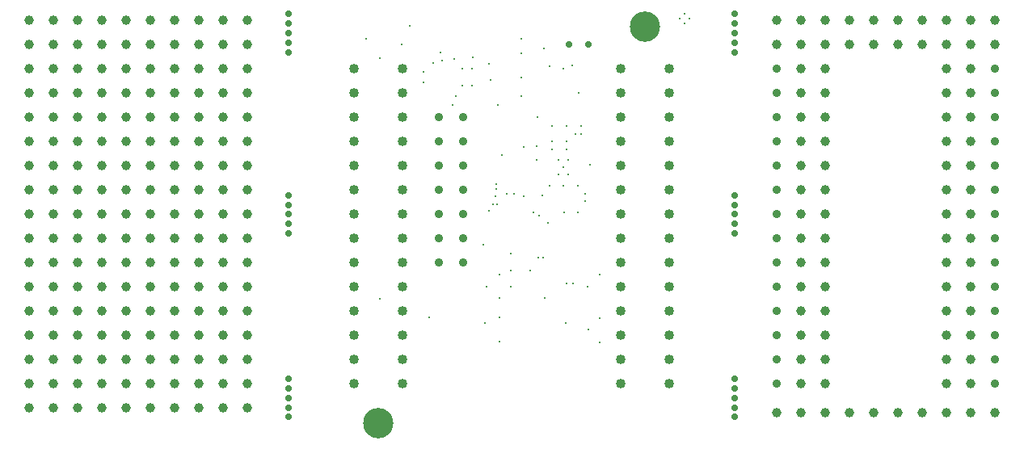
<source format=gbr>
G04 Generated by Ultiboard 11.0 *
%FSLAX25Y25*%
%MOIN*%

%ADD10C,0.00787*%
%ADD11C,0.04016*%
%ADD12C,0.03937*%
%ADD13C,0.02756*%
%ADD14C,0.12520*%
%ADD15C,0.03500*%
%ADD16C,0.01181*%


G04 ColorRGB 000000 for the following layer *
%LNDrill-Copper Top-Copper Bottom*%
%LPD*%
%FSLAX25Y25*%
%MOIN*%
G54D10*
X-312Y10000D03*
X-9375Y-95000D03*
X-15000Y12392D03*
X-9375Y4375D03*
X8438Y-1250D03*
X66250Y0D03*
X60625Y938D03*
X70000Y1563D03*
X24606Y0D03*
X28543Y0D03*
X61563Y-30000D03*
X61563Y-33125D03*
X61563Y-23750D03*
X60000Y-63750D03*
X33125Y-72500D03*
X10938Y-102500D03*
X58460Y-94665D03*
X40000Y-94687D03*
X40000Y-112500D03*
X33750Y-105000D03*
X40000Y-102500D03*
X34688Y-90000D03*
X40000Y-85000D03*
X44688Y-83125D03*
X44688Y-90000D03*
X44688Y-76250D03*
X58000Y-78000D03*
X56000Y-78000D03*
X52500Y-83125D03*
X8438Y-5625D03*
X20605Y-14828D03*
X21875Y-11250D03*
X24606Y-6890D03*
X28543Y-6890D03*
X50000Y-32187D03*
X55313Y-31875D03*
X38438Y-47500D03*
X35625Y-58750D03*
X38991Y-56009D03*
X37188Y-55937D03*
X38438Y-49687D03*
X38125Y-52500D03*
X40938Y-35625D03*
X60625Y-48125D03*
X57500Y-52187D03*
X56250Y-60625D03*
X53750Y-59375D03*
X50000Y-52500D03*
X55313Y-37500D03*
X48750Y-11250D03*
X48750Y-3750D03*
X39203Y-14828D03*
X36250Y-4687D03*
X55625Y-20000D03*
X67188Y-105000D03*
X76563Y-107500D03*
X81250Y-112812D03*
X81250Y-102812D03*
X67500Y-88437D03*
X70313Y-88437D03*
X76250Y-90000D03*
X81250Y-85000D03*
X67500Y-30000D03*
X67500Y-33125D03*
X66250Y-48125D03*
X72188Y-48125D03*
X75313Y-51562D03*
X75313Y-54687D03*
X66563Y-59375D03*
X72188Y-59375D03*
X77188Y-39687D03*
X73438Y-26875D03*
X73438Y-23750D03*
X71250Y-26875D03*
X67500Y-23750D03*
X72500Y-10000D03*
X15625Y6875D03*
X16250Y3438D03*
X12500Y2500D03*
X2953Y17669D03*
X21250Y4063D03*
X28750Y4688D03*
X48750Y6250D03*
X48750Y12500D03*
X35625Y2188D03*
X58125Y8438D03*
X116142Y22638D03*
X114173Y20669D03*
X116142Y18701D03*
X118110Y20669D03*
G54D11*
X0Y0D03*
X0Y-130000D03*
X0Y-60000D03*
X0Y-110000D03*
X0Y-120000D03*
X0Y-100000D03*
X0Y-80000D03*
X0Y-90000D03*
X0Y-70000D03*
X0Y-30000D03*
X0Y-50000D03*
X0Y-40000D03*
X0Y-20000D03*
X0Y-10000D03*
X-20000Y0D03*
X-20000Y-130000D03*
X-20000Y-60000D03*
X-20000Y-110000D03*
X-20000Y-120000D03*
X-20000Y-100000D03*
X-20000Y-80000D03*
X-20000Y-90000D03*
X-20000Y-70000D03*
X-20000Y-30000D03*
X-20000Y-50000D03*
X-20000Y-40000D03*
X-20000Y-20000D03*
X-20000Y-10000D03*
X110000Y0D03*
X110000Y-130000D03*
X110000Y-60000D03*
X110000Y-110000D03*
X110000Y-120000D03*
X110000Y-100000D03*
X110000Y-80000D03*
X110000Y-90000D03*
X110000Y-70000D03*
X110000Y-30000D03*
X110000Y-50000D03*
X110000Y-40000D03*
X110000Y-20000D03*
X110000Y-10000D03*
X90000Y0D03*
X90000Y-130000D03*
X90000Y-60000D03*
X90000Y-110000D03*
X90000Y-120000D03*
X90000Y-100000D03*
X90000Y-80000D03*
X90000Y-90000D03*
X90000Y-70000D03*
X90000Y-30000D03*
X90000Y-50000D03*
X90000Y-40000D03*
X90000Y-20000D03*
X90000Y-10000D03*
G54D12*
X-94094Y0D03*
X-154094Y0D03*
X-124094Y0D03*
X-144094Y0D03*
X-134094Y0D03*
X-104094Y0D03*
X-114094Y0D03*
X-64094Y0D03*
X-74094Y0D03*
X-84094Y0D03*
X-124094Y-130000D03*
X-124094Y-140000D03*
X-124094Y-60000D03*
X-124094Y-110000D03*
X-124094Y-120000D03*
X-124094Y-100000D03*
X-124094Y-80000D03*
X-124094Y-90000D03*
X-124094Y-70000D03*
X-124094Y-30000D03*
X-124094Y-50000D03*
X-124094Y-40000D03*
X-124094Y-20000D03*
X-124094Y-10000D03*
X-154094Y-130000D03*
X-144094Y-130000D03*
X-134094Y-130000D03*
X-154094Y-140000D03*
X-144094Y-140000D03*
X-134094Y-140000D03*
X-134094Y-60000D03*
X-154094Y-60000D03*
X-144094Y-60000D03*
X-154094Y-110000D03*
X-154094Y-120000D03*
X-154094Y-100000D03*
X-154094Y-80000D03*
X-154094Y-90000D03*
X-154094Y-70000D03*
X-144094Y-120000D03*
X-144094Y-100000D03*
X-144094Y-110000D03*
X-134094Y-110000D03*
X-134094Y-120000D03*
X-134094Y-100000D03*
X-144094Y-90000D03*
X-144094Y-70000D03*
X-144094Y-80000D03*
X-134094Y-80000D03*
X-134094Y-90000D03*
X-134094Y-70000D03*
X-154094Y-30000D03*
X-154094Y-50000D03*
X-154094Y-40000D03*
X-154094Y-20000D03*
X-154094Y-10000D03*
X-134094Y-30000D03*
X-144094Y-30000D03*
X-144094Y-50000D03*
X-144094Y-40000D03*
X-134094Y-50000D03*
X-134094Y-40000D03*
X-144094Y-20000D03*
X-144094Y-10000D03*
X-134094Y-20000D03*
X-134094Y-10000D03*
X-64094Y-130000D03*
X-94094Y-130000D03*
X-104094Y-130000D03*
X-114094Y-130000D03*
X-74094Y-130000D03*
X-84094Y-130000D03*
X-64094Y-140000D03*
X-94094Y-140000D03*
X-114094Y-140000D03*
X-104094Y-140000D03*
X-84094Y-140000D03*
X-74094Y-140000D03*
X-64094Y-120000D03*
X-64094Y-50000D03*
X-64094Y-60000D03*
X-64094Y-110000D03*
X-64094Y-100000D03*
X-64094Y-80000D03*
X-64094Y-90000D03*
X-64094Y-70000D03*
X-64094Y-30000D03*
X-64094Y-40000D03*
X-64094Y-20000D03*
X-64094Y-10000D03*
X-94094Y-60000D03*
X-104094Y-60000D03*
X-114094Y-60000D03*
X-74094Y-60000D03*
X-84094Y-60000D03*
X-94094Y-110000D03*
X-94094Y-120000D03*
X-94094Y-100000D03*
X-94094Y-80000D03*
X-94094Y-90000D03*
X-94094Y-70000D03*
X-114094Y-120000D03*
X-114094Y-100000D03*
X-114094Y-110000D03*
X-104094Y-110000D03*
X-104094Y-120000D03*
X-104094Y-100000D03*
X-114094Y-90000D03*
X-114094Y-70000D03*
X-114094Y-80000D03*
X-104094Y-80000D03*
X-104094Y-90000D03*
X-104094Y-70000D03*
X-84094Y-110000D03*
X-84094Y-120000D03*
X-84094Y-100000D03*
X-74094Y-110000D03*
X-74094Y-120000D03*
X-74094Y-100000D03*
X-84094Y-80000D03*
X-84094Y-90000D03*
X-84094Y-70000D03*
X-74094Y-80000D03*
X-74094Y-90000D03*
X-74094Y-70000D03*
X-94094Y-30000D03*
X-94094Y-50000D03*
X-94094Y-40000D03*
X-94094Y-20000D03*
X-94094Y-10000D03*
X-104094Y-30000D03*
X-114094Y-30000D03*
X-114094Y-50000D03*
X-114094Y-40000D03*
X-104094Y-50000D03*
X-104094Y-40000D03*
X-114094Y-20000D03*
X-114094Y-10000D03*
X-104094Y-20000D03*
X-104094Y-10000D03*
X-74094Y-30000D03*
X-84094Y-30000D03*
X-84094Y-50000D03*
X-84094Y-40000D03*
X-74094Y-50000D03*
X-74094Y-40000D03*
X-84094Y-20000D03*
X-84094Y-10000D03*
X-74094Y-20000D03*
X-74094Y-10000D03*
X-124094Y10000D03*
X-124094Y20000D03*
X-154094Y10000D03*
X-154094Y20000D03*
X-144094Y10000D03*
X-144094Y20000D03*
X-134094Y10000D03*
X-134094Y20000D03*
X-64094Y10000D03*
X-64094Y20000D03*
X-94094Y10000D03*
X-94094Y20000D03*
X-114094Y10000D03*
X-114094Y20000D03*
X-104094Y10000D03*
X-104094Y20000D03*
X-84094Y10000D03*
X-84094Y20000D03*
X-74094Y10000D03*
X-74094Y20000D03*
X174094Y0D03*
X164094Y0D03*
X174094Y-130000D03*
X164094Y-130000D03*
X174094Y-60000D03*
X164094Y-60000D03*
X174094Y-110000D03*
X174094Y-120000D03*
X174094Y-100000D03*
X164094Y-110000D03*
X164094Y-120000D03*
X164094Y-100000D03*
X174094Y-80000D03*
X174094Y-90000D03*
X174094Y-70000D03*
X164094Y-80000D03*
X164094Y-90000D03*
X164094Y-70000D03*
X174094Y-30000D03*
X164094Y-30000D03*
X174094Y-50000D03*
X174094Y-40000D03*
X164094Y-50000D03*
X164094Y-40000D03*
X174094Y-20000D03*
X174094Y-10000D03*
X164094Y-20000D03*
X164094Y-10000D03*
X224094Y0D03*
X234094Y0D03*
X224094Y-130000D03*
X234094Y-130000D03*
X234094Y-60000D03*
X224094Y-60000D03*
X224094Y-110000D03*
X224094Y-120000D03*
X224094Y-100000D03*
X224094Y-80000D03*
X224094Y-90000D03*
X224094Y-70000D03*
X234094Y-110000D03*
X234094Y-120000D03*
X234094Y-100000D03*
X234094Y-80000D03*
X234094Y-90000D03*
X234094Y-70000D03*
X224094Y-30000D03*
X224094Y-50000D03*
X224094Y-40000D03*
X224094Y-20000D03*
X224094Y-10000D03*
X234094Y-30000D03*
X234094Y-50000D03*
X234094Y-40000D03*
X234094Y-20000D03*
X234094Y-10000D03*
X154094Y-142000D03*
X174094Y-142000D03*
X164094Y-142000D03*
X184094Y-142000D03*
X224094Y-142000D03*
X204094Y-142000D03*
X194094Y-142000D03*
X214094Y-142000D03*
X234094Y-142000D03*
X244094Y-142000D03*
X154094Y10000D03*
X174094Y10000D03*
X164094Y10000D03*
X184094Y10000D03*
X224094Y10000D03*
X204094Y10000D03*
X194094Y10000D03*
X214094Y10000D03*
X234094Y10000D03*
X244094Y10000D03*
X154094Y20000D03*
X174094Y20000D03*
X164094Y20000D03*
X184094Y20000D03*
X224094Y20000D03*
X204094Y20000D03*
X194094Y20000D03*
X214094Y20000D03*
X234094Y20000D03*
X244094Y20000D03*
G54D13*
X-47244Y-143701D03*
X-47244Y-135827D03*
X-47244Y-127953D03*
X-47244Y-131890D03*
X-47244Y-139764D03*
X-47244Y-63976D03*
X-47244Y-67913D03*
X-47244Y-60039D03*
X-47244Y-52165D03*
X-47244Y-56102D03*
X-47244Y14764D03*
X-47244Y10827D03*
X-47244Y6890D03*
X-47244Y22638D03*
X-47244Y18701D03*
X136811Y-143701D03*
X136811Y-127953D03*
X136811Y-135827D03*
X136811Y-139764D03*
X136811Y-131890D03*
X136811Y-63976D03*
X136811Y-67913D03*
X136811Y-60039D03*
X136811Y-56102D03*
X136811Y-52165D03*
X76437Y10000D03*
X68563Y10000D03*
X136811Y14764D03*
X136811Y6890D03*
X136811Y10827D03*
X136811Y18701D03*
X136811Y22638D03*
G54D14*
X-10000Y-146250D03*
X100000Y17500D03*
G54D15*
X244094Y0D03*
X244094Y-130000D03*
X244094Y-60000D03*
X244094Y-110000D03*
X244094Y-120000D03*
X244094Y-100000D03*
X244094Y-80000D03*
X244094Y-90000D03*
X244094Y-70000D03*
X244094Y-30000D03*
X244094Y-50000D03*
X244094Y-40000D03*
X244094Y-20000D03*
X244094Y-10000D03*
X154094Y0D03*
X154094Y-130000D03*
X154094Y-60000D03*
X154094Y-70000D03*
X154094Y-80000D03*
X154094Y-120000D03*
X154094Y-100000D03*
X154094Y-90000D03*
X154094Y-110000D03*
X154094Y-20000D03*
X154094Y-10000D03*
X154094Y-40000D03*
X154094Y-30000D03*
X154094Y-50000D03*
X25000Y-60000D03*
X15000Y-60000D03*
X15000Y-80000D03*
X15000Y-70000D03*
X25000Y-80000D03*
X25000Y-70000D03*
X25000Y-30000D03*
X15000Y-30000D03*
X15000Y-50000D03*
X15000Y-40000D03*
X25000Y-50000D03*
X25000Y-40000D03*
X15000Y-20000D03*
X25000Y-20000D03*
G54D16*
X64281Y-43578D03*
X64281Y-37672D03*
X66250Y-40625D03*
X68219Y-37672D03*
X68219Y-43578D03*
X45900Y-51675D03*
X42750Y-51675D03*

M00*

</source>
